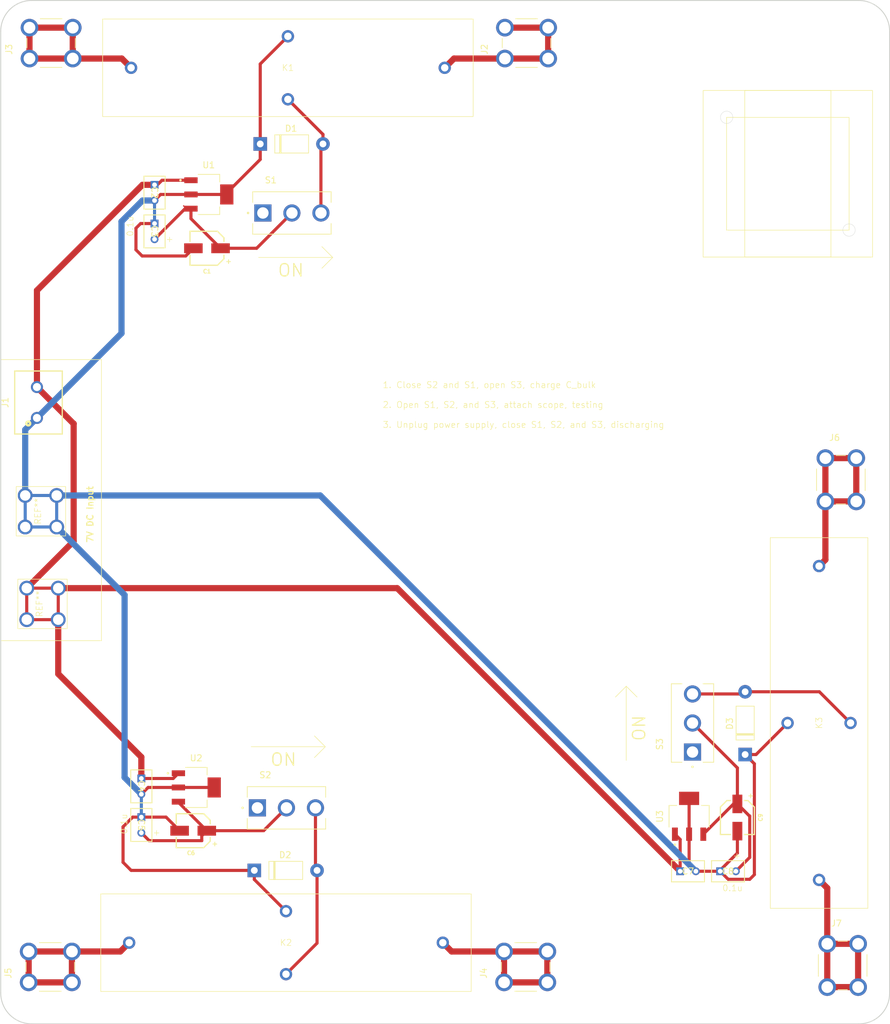
<source format=kicad_pcb>
(kicad_pcb (version 20241229) (generator "pcbnew") (generator_version "9.0")
  (layers (0 "F.Cu" signal) (2 "B.Cu" signal) (13 "F.Paste" user) (15 "B.Paste" user) (5 "F.SilkS" user "F.Silkscreen") (7 "B.SilkS" user "B.Silkscreen") (1 "F.Mask" user) (3 "B.Mask" user) (25 "Edge.Cuts" user))
  (net 0 "")
  (net 1 "Net-(U1-OUTPUT)")
  (net 2 "GND")
  (net 3 "/7V")
  (net 4 "Net-(U2-OUTPUT)")
  (net 5 "Net-(U3-OUTPUT)")
  (net 6 "Net-(D1-C)")
  (net 7 "Net-(D2-C)")
  (net 8 "Net-(D3-C)")
  (net 9 "Net-(J2-1)")
  (net 10 "Net-(J3-1)")
  (net 11 "Net-(J4-1)")
  (net 12 "Net-(J5-1)")
  (net 13 "Net-(J6-1)")
  (net 14 "Net-(J7-1)")
  (footprint "ReedRelay:DAT70510" (layer "F.Cu") (at 155.075 138.555 90)
    (property "Reference" "K3" (at 0 0 90) (layer "F.SilkS") (effects (font (thickness 0.1))))
    (property "Value" "DAT70510")
    (fp_rect (start -30 -7.9) (end 30 7.9) (stroke (width 0.1)) (fill no) (layer "F.SilkS"))
    (pad "1" thru_hole circle (at -25.4 0 90) (size 2 2) (drill 1.2) (layers "*.Cu" "*.Mask") (net 14 "Net-(J7-1)"))
    (pad "2" thru_hole circle (at 25.4 0 90) (size 2 2) (drill 1.2) (layers "*.Cu" "*.Mask") (net 13 "Net-(J6-1)"))
    (pad "3" thru_hole circle (at 0 -5.1 90) (size 2 2) (drill 1.2) (layers "*.Cu" "*.Mask") (net 2 "GND"))
    (pad "4" thru_hole circle (at 0 5.1 90) (size 2 2) (drill 1.2) (layers "*.Cu" "*.Mask") (net 8 "Net-(D3-C)"))
  )
  (footprint "ReedRelay:SW_100SP1T1B1M2QEH" (layer "F.Cu") (at 69.695 56)
    (property "Reference" "S1" (at -3.425 -5.315 0) (layer "F.SilkS"))
    (property "Value" "100SP1T1B1M2QEH")
    (fp_line (start -6.35 -3.43) (end 6.35 -3.43) (stroke (width 0.127)) (layer "F.SilkS"))
    (fp_line (start -6.35 -1.7075) (end -6.35 -3.43) (stroke (width 0.127)) (layer "F.SilkS"))
    (fp_line (start -6.35 3.43) (end -6.35 1.7075) (stroke (width 0.127)) (layer "F.SilkS"))
    (fp_line (start 6.35 -3.43) (end 6.35 -1.7075) (stroke (width 0.127)) (layer "F.SilkS"))
    (fp_line (start 6.35 3.43) (end -6.35 3.43) (stroke (width 0.127)) (layer "F.SilkS"))
    (fp_line (start 6.35 3.43) (end 6.35 1.7075) (stroke (width 0.127)) (layer "F.SilkS"))
    (fp_circle (center -7.1 0) (end -7 0) (stroke (width 0.2)) (fill no) (layer "F.SilkS"))
    (pad "1" thru_hole rect (at -4.7 0) (size 2.775 2.775) (drill 1.85) (layers "*.Cu" "*.Mask"))
    (pad "2" thru_hole circle (at 0 0) (size 2.775 2.775) (drill 1.85) (layers "*.Cu" "*.Mask") (net 1 "Net-(U1-OUTPUT)"))
    (pad "3" thru_hole circle (at 4.7 0) (size 2.775 2.775) (drill 1.85) (layers "*.Cu" "*.Mask") (net 6 "Net-(D1-C)"))
  )
  (footprint "ReedRelay:CAP_C320_KEM" (layer "F.Cu") (at 45.31 147.54 -90)
    (property "Reference" "C4" (at 1.27 0 270) (layer "F.SilkS"))
    (property "Value" "C320C334M5U5TA")
    (fp_line (start 3.937 1.7145) (end -1.397 1.7145) (stroke (width 0.1524)) (layer "F.SilkS"))
    (fp_line (start -1.397 -1.7145) (end -1.397 1.7145) (stroke (width 0.1524)) (layer "F.SilkS"))
    (fp_line (start 3.937 -1.7145) (end 3.937 1.7145) (stroke (width 0.1524)) (layer "F.SilkS"))
    (fp_line (start 3.937 -1.7145) (end -1.397 -1.7145) (stroke (width 0.1524)) (layer "F.SilkS"))
    (pad "1" thru_hole rect (at 0 0 270) (size 1.27 1.27) (drill 0.762) (layers "*.Cu" "*.Mask") (net 3 "/7V"))
    (pad "2" thru_hole circle (at 2.54 0 270) (size 1.27 1.27) (drill 0.762) (layers "*.Cu" "*.Mask") (net 2 "GND"))
  )
  (footprint "ReedRelay:KEYSTONE_8191-SEMS" (layer "F.Cu") (at 107.695 28.5 90)
    (property "Reference" "J2" (at -1.01 -6.815 90) (layer "F.SilkS"))
    (property "Value" "8191-SEMS")
    (fp_line (start -0.755 -3.935) (end 0.755 -3.935) (stroke (width 0.127)) (layer "F.SilkS"))
    (fp_line (start 3.935 -1.76) (end 3.935 1.76) (stroke (width 0.127)) (layer "F.SilkS"))
    (fp_line (start -3.935 -1.76) (end -3.935 1.76) (stroke (width 0.127)) (layer "F.SilkS"))
    (fp_line (start -0.755 3.935) (end 0.755 3.935) (stroke (width 0.127)) (layer "F.SilkS"))
    (pad "1_1" thru_hole circle (at -2.5 3.505 90) (size 2.85 2.85) (drill 1.9) (layers "*.Cu" "*.Mask") (net 9 "Net-(J2-1)"))
    (pad "1_2" thru_hole circle (at 2.5 3.505 90) (size 2.85 2.85) (drill 1.9) (layers "*.Cu" "*.Mask") (net 9 "Net-(J2-1)"))
    (pad "1_3" thru_hole circle (at 2.5 -3.505 90) (size 2.85 2.85) (drill 1.9) (layers "*.Cu" "*.Mask") (net 9 "Net-(J2-1)"))
    (pad "1_4" thru_hole circle (at -2.5 -3.505 90) (size 2.85 2.85) (drill 1.9) (layers "*.Cu" "*.Mask") (net 9 "Net-(J2-1)"))
  )
  (footprint "ReedRelay:47u_cap_865080342006" (layer "F.Cu") (at 53.71 155.99)
    (property "Reference" "C6" (at -0.365 3.615 0) (layer "F.SilkS") (effects (font (size 0.64 0.64))))
    (property "Value" "WCAP-ASLI_5X5.5")
    (fp_line (start -2.75 -2.75) (end -2.75 -1.1) (stroke (width 0.2)) (layer "F.SilkS"))
    (fp_line (start -2.75 -2.75) (end 1.7 -2.75) (stroke (width 0.2)) (layer "F.SilkS"))
    (fp_line (start -2.75 2.75) (end -2.75 1.1) (stroke (width 0.2)) (layer "F.SilkS"))
    (fp_line (start -2.75 2.75) (end 1.7 2.75) (stroke (width 0.2)) (layer "F.SilkS"))
    (fp_line (start 1.7 -2.75) (end 2.75 -1.7) (stroke (width 0.2)) (layer "F.SilkS"))
    (fp_line (start 1.7 2.75) (end 2.75 1.7) (stroke (width 0.2)) (layer "F.SilkS"))
    (fp_line (start 2.75 -1.7) (end 2.75 -1.1) (stroke (width 0.2)) (layer "F.SilkS"))
    (fp_line (start 2.75 1.7) (end 2.75 1.1) (stroke (width 0.2)) (layer "F.SilkS"))
    (fp_text user "+" (at 3.5 2.1 0) (layer "F.SilkS") (effects (font (size 0.8 0.8))))
    (pad "1" smd rect (at 2.2 0) (size 3 1.6) (layers "F.Cu" "F.Mask" "F.Paste") (net 4 "Net-(U2-OUTPUT)"))
    (pad "2" smd rect (at -2.2 0) (size 3 1.6) (layers "F.Cu" "F.Mask" "F.Paste") (net 2 "GND"))
  )
  (footprint "ReedRelay:CAP_C320_KEM" (layer "F.Cu") (at 47.445 51.44 -90)
    (property "Reference" "C2" (at 1.27 0 270) (layer "F.SilkS"))
    (property "Value" "C320C334M5U5TA")
    (fp_line (start 3.937 1.7145) (end -1.397 1.7145) (stroke (width 0.1524)) (layer "F.SilkS"))
    (fp_line (start -1.397 -1.7145) (end -1.397 1.7145) (stroke (width 0.1524)) (layer "F.SilkS"))
    (fp_line (start 3.937 -1.7145) (end 3.937 1.7145) (stroke (width 0.1524)) (layer "F.SilkS"))
    (fp_line (start 3.937 -1.7145) (end -1.397 -1.7145) (stroke (width 0.1524)) (layer "F.SilkS"))
    (pad "1" thru_hole rect (at 0 0 270) (size 1.27 1.27) (drill 0.762) (layers "*.Cu" "*.Mask") (net 3 "/7V"))
    (pad "2" thru_hole circle (at 2.54 0 270) (size 1.27 1.27) (drill 0.762) (layers "*.Cu" "*.Mask") (net 2 "GND"))
  )
  (footprint "ReedRelay:CAP_C320_KEM" (layer "F.Cu") (at 45.31 153.79 -90)
    (property "Reference" "C5" (at 1.27 0 270) (layer "F.SilkS"))
    (property "Value" "C320C334M5U5TA")
    (fp_line (start 3.937 1.7145) (end -1.397 1.7145) (stroke (width 0.1524)) (layer "F.SilkS"))
    (fp_line (start -1.397 -1.7145) (end -1.397 1.7145) (stroke (width 0.1524)) (layer "F.SilkS"))
    (fp_line (start 3.937 -1.7145) (end 3.937 1.7145) (stroke (width 0.1524)) (layer "F.SilkS"))
    (fp_line (start 3.937 -1.7145) (end -1.397 -1.7145) (stroke (width 0.1524)) (layer "F.SilkS"))
    (pad "1" thru_hole rect (at 0 0 270) (size 1.27 1.27) (drill 0.762) (layers "*.Cu" "*.Mask") (net 2 "GND"))
    (pad "2" thru_hole circle (at 2.54 0 270) (size 1.27 1.27) (drill 0.762) (layers "*.Cu" "*.Mask") (net 4 "Net-(U2-OUTPUT)"))
  )
  (footprint "ReedRelay:P1_DO-41" (layer "F.Cu") (at 143.1 143.66 90)
    (property "Reference" "D3" (at 5 -2.5 90) (layer "F.SilkS"))
    (property "Value" "EM513")
    (fp_line (start 7.83 -1.47) (end 7.83 1.47) (stroke (width 0.12)) (layer "F.SilkS"))
    (fp_line (start 7.8 -1.47) (end 2.36 -1.47) (stroke (width 0.12)) (layer "F.SilkS"))
    (fp_line (start 3.38 -1.47) (end 3.38 1.47) (stroke (width 0.12)) (layer "F.SilkS"))
    (fp_line (start 3.26 -1.47) (end 3.26 1.47) (stroke (width 0.12)) (layer "F.SilkS"))
    (fp_line (start 3.14 -1.47) (end 3.14 1.47) (stroke (width 0.12)) (layer "F.SilkS"))
    (fp_line (start 2.36 -1.47) (end 2.36 1.47) (stroke (width 0.12)) (layer "F.SilkS"))
    (fp_line (start 2.36 1.47) (end 7.8 1.47) (stroke (width 0.12)) (layer "F.SilkS"))
    (pad "1" thru_hole rect (at 0 0 90) (size 2.2 2.2) (drill 1.1) (layers "*.Cu" "*.Mask") (net 2 "GND"))
    (pad "2" thru_hole oval (at 10.16 0 90) (size 2.2 2.2) (drill 1.1) (layers "*.Cu" "*.Mask") (net 8 "Net-(D3-C)"))
  )
  (footprint "ReedRelay:SW_100SP1T1B1M2QEH" (layer "F.Cu") (at 68.81 152.29)
    (property "Reference" "S2" (at -3.425 -5.315 0) (layer "F.SilkS"))
    (property "Value" "100SP1T1B1M2QEH")
    (fp_line (start -6.35 -3.43) (end 6.35 -3.43) (stroke (width 0.127)) (layer "F.SilkS"))
    (fp_line (start -6.35 -1.7075) (end -6.35 -3.43) (stroke (width 0.127)) (layer "F.SilkS"))
    (fp_line (start -6.35 3.43) (end -6.35 1.7075) (stroke (width 0.127)) (layer "F.SilkS"))
    (fp_line (start 6.35 -3.43) (end 6.35 -1.7075) (stroke (width 0.127)) (layer "F.SilkS"))
    (fp_line (start 6.35 3.43) (end -6.35 3.43) (stroke (width 0.127)) (layer "F.SilkS"))
    (fp_line (start 6.35 3.43) (end 6.35 1.7075) (stroke (width 0.127)) (layer "F.SilkS"))
    (fp_circle (center -7.1 0) (end -7 0) (stroke (width 0.2)) (fill no) (layer "F.SilkS"))
    (pad "1" thru_hole rect (at -4.7 0) (size 2.775 2.775) (drill 1.85) (layers "*.Cu" "*.Mask"))
    (pad "2" thru_hole circle (at 0 0) (size 2.775 2.775) (drill 1.85) (layers "*.Cu" "*.Mask") (net 4 "Net-(U2-OUTPUT)"))
    (pad "3" thru_hole circle (at 4.7 0) (size 2.775 2.775) (drill 1.85) (layers "*.Cu" "*.Mask") (net 7 "Net-(D2-C)"))
  )
  (footprint "ReedRelay:KEYSTONE_8191-SEMS" (layer "F.Cu") (at 107.56 178.04 90)
    (property "Reference" "J4" (at -1.01 -6.815 90) (layer "F.SilkS"))
    (property "Value" "8191-SEMS")
    (fp_line (start -0.755 -3.935) (end 0.755 -3.935) (stroke (width 0.127)) (layer "F.SilkS"))
    (fp_line (start 3.935 -1.76) (end 3.935 1.76) (stroke (width 0.127)) (layer "F.SilkS"))
    (fp_line (start -3.935 -1.76) (end -3.935 1.76) (stroke (width 0.127)) (layer "F.SilkS"))
    (fp_line (start -0.755 3.935) (end 0.755 3.935) (stroke (width 0.127)) (layer "F.SilkS"))
    (pad "1_1" thru_hole circle (at -2.5 3.505 90) (size 2.85 2.85) (drill 1.9) (layers "*.Cu" "*.Mask") (net 11 "Net-(J4-1)"))
    (pad "1_2" thru_hole circle (at 2.5 3.505 90) (size 2.85 2.85) (drill 1.9) (layers "*.Cu" "*.Mask") (net 11 "Net-(J4-1)"))
    (pad "1_3" thru_hole circle (at 2.5 -3.505 90) (size 2.85 2.85) (drill 1.9) (layers "*.Cu" "*.Mask") (net 11 "Net-(J4-1)"))
    (pad "1_4" thru_hole circle (at -2.5 -3.505 90) (size 2.85 2.85) (drill 1.9) (layers "*.Cu" "*.Mask") (net 11 "Net-(J4-1)"))
  )
  (footprint "ReedRelay:P1_DO-41" (layer "F.Cu") (at 64.565 44.825)
    (property "Reference" "D1" (at 5 -2.5 0) (layer "F.SilkS"))
    (property "Value" "EM513")
    (fp_line (start 2.36 -1.47) (end 2.36 1.47) (stroke (width 0.12)) (layer "F.SilkS"))
    (fp_line (start 2.36 1.47) (end 7.8 1.47) (stroke (width 0.12)) (layer "F.SilkS"))
    (fp_line (start 3.14 -1.47) (end 3.14 1.47) (stroke (width 0.12)) (layer "F.SilkS"))
    (fp_line (start 3.26 -1.47) (end 3.26 1.47) (stroke (width 0.12)) (layer "F.SilkS"))
    (fp_line (start 3.38 -1.47) (end 3.38 1.47) (stroke (width 0.12)) (layer "F.SilkS"))
    (fp_line (start 7.8 -1.47) (end 2.36 -1.47) (stroke (width 0.12)) (layer "F.SilkS"))
    (fp_line (start 7.83 -1.47) (end 7.83 1.47) (stroke (width 0.12)) (layer "F.SilkS"))
    (pad "1" thru_hole rect (at 0 0) (size 2.2 2.2) (drill 1.1) (layers "*.Cu" "*.Mask") (net 2 "GND"))
    (pad "2" thru_hole oval (at 10.16 0) (size 2.2 2.2) (drill 1.1) (layers "*.Cu" "*.Mask") (net 6 "Net-(D1-C)"))
  )
  (footprint "ReedRelay:SW_100SP1T1B1M2QEH" (layer "F.Cu") (at 134.575 138.555 90)
    (property "Reference" "S3" (at -3.425 -5.315 90) (layer "F.SilkS"))
    (property "Value" "100SP1T1B1M2QEH")
    (fp_line (start 6.35 -3.43) (end 6.35 -1.7075) (stroke (width 0.127)) (layer "F.SilkS"))
    (fp_line (start -6.35 -3.43) (end 6.35 -3.43) (stroke (width 0.127)) (layer "F.SilkS"))
    (fp_line (start -6.35 -1.7075) (end -6.35 -3.43) (stroke (width 0.127)) (layer "F.SilkS"))
    (fp_line (start 6.35 3.43) (end 6.35 1.7075) (stroke (width 0.127)) (layer "F.SilkS"))
    (fp_line (start 6.35 3.43) (end -6.35 3.43) (stroke (width 0.127)) (layer "F.SilkS"))
    (fp_line (start -6.35 3.43) (end -6.35 1.7075) (stroke (width 0.127)) (layer "F.SilkS"))
    (fp_circle (center -7.1 0) (end -7 0) (stroke (width 0.2)) (fill no) (layer "F.SilkS"))
    (pad "1" thru_hole rect (at -4.7 0 90) (size 2.775 2.775) (drill 1.85) (layers "*.Cu" "*.Mask"))
    (pad "2" thru_hole circle (at 0 0 90) (size 2.775 2.775) (drill 1.85) (layers "*.Cu" "*.Mask") (net 5 "Net-(U3-OUTPUT)"))
    (pad "3" thru_hole circle (at 4.7 0 90) (size 2.775 2.775) (drill 1.85) (layers "*.Cu" "*.Mask") (net 8 "Net-(D3-C)"))
  )
  (footprint "ReedRelay:SOT230P700X180-4N" (layer "F.Cu") (at 56.245 53)
    (property "Reference" "U1" (at -0.025 -4.754 0) (layer "F.SilkS"))
    (property "Value" "UA78M05IDCYR")
    (fp_line (start -1.75 -3.25) (end 1.75 -3.25) (stroke (width 0.127)) (layer "F.SilkS"))
    (fp_line (start -1.75 3.25) (end 1.75 3.25) (stroke (width 0.127)) (layer "F.SilkS"))
    (fp_line (start 1.75 -3.25) (end 1.75 -2.01) (stroke (width 0.127)) (layer "F.SilkS"))
    (fp_line (start 1.75 3.25) (end 1.75 2.01) (stroke (width 0.127)) (layer "F.SilkS"))
    (fp_circle (center -4.6 -2.3) (end -4.5 -2.3) (stroke (width 0.2)) (fill no) (layer "F.SilkS"))
    (pad "1" smd rect (at -2.9 -2.3) (size 2.15 0.95) (layers "F.Cu" "F.Mask" "F.Paste") (net 3 "/7V"))
    (pad "2" smd rect (at -2.9 0) (size 2.15 0.95) (layers "F.Cu" "F.Mask" "F.Paste") (net 2 "GND"))
    (pad "3" smd rect (at -2.9 2.3) (size 2.15 0.95) (layers "F.Cu" "F.Mask" "F.Paste") (net 1 "Net-(U1-OUTPUT)"))
    (pad "4" smd rect (at 2.9 0) (size 2.15 3.25) (layers "F.Cu" "F.Mask" "F.Paste") (net 2 "GND"))
  )
  (footprint "ReedRelay:SOT230P700X180-4N" (layer "F.Cu") (at 54.21 148.99)
    (property "Reference" "U2" (at -0.025 -4.754 0) (layer "F.SilkS"))
    (property "Value" "UA78M05IDCYR")
    (fp_line (start -1.75 -3.25) (end 1.75 -3.25) (stroke (width 0.127)) (layer "F.SilkS"))
    (fp_line (start -1.75 3.25) (end 1.75 3.25) (stroke (width 0.127)) (layer "F.SilkS"))
    (fp_line (start 1.75 -3.25) (end 1.75 -2.01) (stroke (width 0.127)) (layer "F.SilkS"))
    (fp_line (start 1.75 3.25) (end 1.75 2.01) (stroke (width 0.127)) (layer "F.SilkS"))
    (fp_circle (center -4.6 -2.3) (end -4.5 -2.3) (stroke (width 0.2)) (fill no) (layer "F.SilkS"))
    (pad "1" smd rect (at -2.9 -2.3) (size 2.15 0.95) (layers "F.Cu" "F.Mask" "F.Paste") (net 3 "/7V"))
    (pad "2" smd rect (at -2.9 0) (size 2.15 0.95) (layers "F.Cu" "F.Mask" "F.Paste") (net 2 "GND"))
    (pad "3" smd rect (at -2.9 2.3) (size 2.15 0.95) (layers "F.Cu" "F.Mask" "F.Paste") (net 4 "Net-(U2-OUTPUT)"))
    (pad "4" smd rect (at 2.9 0) (size 2.15 3.25) (layers "F.Cu" "F.Mask" "F.Paste") (net 2 "GND"))
  )
  (footprint "ReedRelay:DAT70510" (layer "F.Cu") (at 68.735 174.115)
    (property "Reference" "K2" (at 0 0 0) (layer "F.SilkS") (effects (font (thickness 0.1))))
    (property "Value" "DAT70510")
    (fp_rect (start -30 -7.9) (end 30 7.9) (stroke (width 0.1)) (fill no) (layer "F.SilkS"))
    (pad "1" thru_hole circle (at -25.4 0) (size 2 2) (drill 1.2) (layers "*.Cu" "*.Mask") (net 12 "Net-(J5-1)"))
    (pad "2" thru_hole circle (at 25.4 0) (size 2 2) (drill 1.2) (layers "*.Cu" "*.Mask") (net 11 "Net-(J4-1)"))
    (pad "3" thru_hole circle (at 0 -5.1) (size 2 2) (drill 1.2) (layers "*.Cu" "*.Mask") (net 2 "GND"))
    (pad "4" thru_hole circle (at 0 5.1) (size 2 2) (drill 1.2) (layers "*.Cu" "*.Mask") (net 7 "Net-(D2-C)"))
  )
  (footprint "ReedRelay:47u_cap_865080342006" (layer "F.Cu") (at 141.845 153.855 90)
    (property "Reference" "C9" (at 0 3.75 90) (layer "F.SilkS") (effects (font (size 0.64 0.64))))
    (property "Value" "WCAP-ASLI_5X5.5")
    (fp_line (start 1.7 -2.75) (end 2.75 -1.7) (stroke (width 0.2)) (layer "F.SilkS"))
    (fp_line (start -2.75 -2.75) (end 1.7 -2.75) (stroke (width 0.2)) (layer "F.SilkS"))
    (fp_line (start -2.75 -2.75) (end -2.75 -1.1) (stroke (width 0.2)) (layer "F.SilkS"))
    (fp_line (start 2.75 -1.7) (end 2.75 -1.1) (stroke (width 0.2)) (layer "F.SilkS"))
    (fp_line (start 2.75 1.7) (end 2.75 1.1) (stroke (width 0.2)) (layer "F.SilkS"))
    (fp_line (start 1.7 2.75) (end 2.75 1.7) (stroke (width 0.2)) (layer "F.SilkS"))
    (fp_line (start -2.75 2.75) (end -2.75 1.1) (stroke (width 0.2)) (layer "F.SilkS"))
    (fp_line (start -2.75 2.75) (end 1.7 2.75) (stroke (width 0.2)) (layer "F.SilkS"))
    (fp_text user "+" (at 3.5 2.1 90) (layer "F.SilkS") (effects (font (size 0.8 0.8))))
    (pad "1" smd rect (at 2.2 0 90) (size 3 1.6) (layers "F.Cu" "F.Mask" "F.Paste") (net 5 "Net-(U3-OUTPUT)"))
    (pad "2" smd rect (at -2.2 0 90) (size 3 1.6) (layers "F.Cu" "F.Mask" "F.Paste") (net 2 "GND"))
  )
  (footprint "ReedRelay:KEYSTONE_8191-SEMS" (layer "F.Cu") (at 30.56 178.04 90)
    (property "Reference" "J5" (at -1.01 -6.815 90) (layer "F.SilkS"))
    (property "Value" "8191-SEMS")
    (fp_line (start -0.755 -3.935) (end 0.755 -3.935) (stroke (width 0.127)) (layer "F.SilkS"))
    (fp_line (start 3.935 -1.76) (end 3.935 1.76) (stroke (width 0.127)) (layer "F.SilkS"))
    (fp_line (start -3.935 -1.76) (end -3.935 1.76) (stroke (width 0.127)) (layer "F.SilkS"))
    (fp_line (start -0.755 3.935) (end 0.755 3.935) (stroke (width 0.127)) (layer "F.SilkS"))
    (pad "1_1" thru_hole circle (at -2.5 3.505 90) (size 2.85 2.85) (drill 1.9) (layers "*.Cu" "*.Mask") (net 12 "Net-(J5-1)"))
    (pad "1_2" thru_hole circle (at 2.5 3.505 90) (size 2.85 2.85) (drill 1.9) (layers "*.Cu" "*.Mask") (net 12 "Net-(J5-1)"))
    (pad "1_3" thru_hole circle (at 2.5 -3.505 90) (size 2.85 2.85) (drill 1.9) (layers "*.Cu" "*.Mask") (net 12 "Net-(J5-1)"))
    (pad "1_4" thru_hole circle (at -2.5 -3.505 90) (size 2.85 2.85) (drill 1.9) (layers "*.Cu" "*.Mask") (net 12 "Net-(J5-1)"))
  )
  (footprint "VSI_DPT:691137710002" (layer "F.Cu") (at 28.3998 86.6774 90)
    (property "Reference" "J1" (at 0 -5.135 90) (layer "F.SilkS"))
    (property "Value" "691137710002")
    (fp_line (start 5.1 -3.6) (end 5.1 4.1) (stroke (width 0.2)) (layer "F.SilkS"))
    (fp_line (start -5.1 -3.6) (end 5.1 -3.6) (stroke (width 0.2)) (layer "F.SilkS"))
    (fp_line (start 5.1 4.1) (end -5.1 4.1) (stroke (width 0.2)) (layer "F.SilkS"))
    (fp_line (start -5.1 4.1) (end -5.1 -3.6) (stroke (width 0.2)) (layer "F.SilkS"))
    (fp_circle (center -3.4 -1.4) (end -3.3 -1.4) (stroke (width 0.4)) (fill no) (layer "F.SilkS"))
    (pad "1" thru_hole circle (at -2.5 0 90) (size 1.95 1.95) (drill 1.3) (layers "*.Cu" "*.Mask") (net 2 "GND"))
    (pad "2" thru_hole circle (at 2.5 0 90) (size 1.95 1.95) (drill 1.3) (layers "*.Cu" "*.Mask") (net 3 "/7V"))
  )
  (footprint "ReedRelay:KEYSTONE_8191-SEMS" (layer "F.Cu") (at 158.9 177.8)
    (property "Reference" "J7" (at -1.01 -6.815 0) (layer "F.SilkS"))
    (property "Value" "8191-SEMS")
    (fp_line (start -3.935 -1.76) (end -3.935 1.76) (stroke (width 0.127)) (layer "F.SilkS"))
    (fp_line (start -0.755 -3.935) (end 0.755 -3.935) (stroke (width 0.127)) (layer "F.SilkS"))
    (fp_line (start -0.755 3.935) (end 0.755 3.935) (stroke (width 0.127)) (layer "F.SilkS"))
    (fp_line (start 3.935 -1.76) (end 3.935 1.76) (stroke (width 0.127)) (layer "F.SilkS"))
    (pad "1_1" thru_hole circle (at -2.5 3.505) (size 2.85 2.85) (drill 1.9) (layers "*.Cu" "*.Mask") (net 14 "Net-(J7-1)"))
    (pad "1_2" thru_hole circle (at 2.5 3.505) (size 2.85 2.85) (drill 1.9) (layers "*.Cu" "*.Mask") (net 14 "Net-(J7-1)"))
    (pad "1_3" thru_hole circle (at 2.5 -3.505) (size 2.85 2.85) (drill 1.9) (layers "*.Cu" "*.Mask") (net 14 "Net-(J7-1)"))
    (pad "1_4" thru_hole circle (at -2.5 -3.505) (size 2.85 2.85) (drill 1.9) (layers "*.Cu" "*.Mask") (net 14 "Net-(J7-1)"))
  )
  (footprint "ReedRelay:SOT230P700X180-4N" (layer "F.Cu") (at 134.025 153.655 90)
    (property "Reference" "U3" (at -0.025 -4.754 90) (layer "F.SilkS"))
    (property "Value" "UA78M05IDCYR")
    (fp_line (start 1.75 -3.25) (end 1.75 -2.01) (stroke (width 0.127)) (layer "F.SilkS"))
    (fp_line (start -1.75 -3.25) (end 1.75 -3.25) (stroke (width 0.127)) (layer "F.SilkS"))
    (fp_line (start 1.75 3.25) (end 1.75 2.01) (stroke (width 0.127)) (layer "F.SilkS"))
    (fp_line (start -1.75 3.25) (end 1.75 3.25) (stroke (width 0.127)) (layer "F.SilkS"))
    (fp_circle (center -4.6 -2.3) (end -4.5 -2.3) (stroke (width 0.2)) (fill no) (layer "F.SilkS"))
    (pad "1" smd rect (at -2.9 -2.3 90) (size 2.15 0.95) (layers "F.Cu" "F.Mask" "F.Paste") (net 3 "/7V"))
    (pad "2" smd rect (at -2.9 0 90) (size 2.15 0.95) (layers "F.Cu" "F.Mask" "F.Paste") (net 2 "GND"))
    (pad "3" smd rect (at -2.9 2.3 90) (size 2.15 0.95) (layers "F.Cu" "F.Mask" "F.Paste") (net 5 "Net-(U3-OUTPUT)"))
    (pad "4" smd rect (at 2.9 0 90) (size 2.15 3.25) (layers "F.Cu" "F.Mask" "F.Paste") (net 2 "GND"))
  )
  (footprint "ReedRelay:KEYSTONE_8191-SEMS" (layer "F.Cu") (at 158.6 99.185)
    (property "Reference" "J6" (at -1.01 -6.815 0) (layer "F.SilkS"))
    (property "Value" "8191-SEMS")
    (fp_line (start -3.935 -1.76) (end -3.935 1.76) (stroke (width 0.127)) (layer "F.SilkS"))
    (fp_line (start -0.755 -3.935) (end 0.755 -3.935) (stroke (width 0.127)) (layer "F.SilkS"))
    (fp_line (start -0.755 3.935) (end 0.755 3.935) (stroke (width 0.127)) (layer "F.SilkS"))
    (fp_line (start 3.935 -1.76) (end 3.935 1.76) (stroke (width 0.127)) (layer "F.SilkS"))
    (pad "1_1" thru_hole circle (at -2.5 3.505) (size 2.85 2.85) (drill 1.9) (layers "*.Cu" "*.Mask") (net 13 "Net-(J6-1)"))
    (pad "1_2" thru_hole circle (at 2.5 3.505) (size 2.85 2.85) (drill 1.9) (layers "*.Cu" "*.Mask") (net 13 "Net-(J6-1)"))
    (pad "1_3" thru_hole circle (at 2.5 -3.505) (size 2.85 2.85) (drill 1.9) (layers "*.Cu" "*.Mask") (net 13 "Net-(J6-1)"))
    (pad "1_4" thru_hole circle (at -2.5 -3.505) (size 2.85 2.85) (drill 1.9) (layers "*.Cu" "*.Mask") (net 13 "Net-(J6-1)"))
  )
  (footprint "Connector:Banana_Jack_CT3151SP-0" (layer "F.Cu") (at 29.0498 104.2774 90)
    (property "Reference" "REF**" (at 0 -0.5 90) (layer "F.SilkS") (effects (font (thickness 0.1))))
    (property "Value" "CT3151SP-0")
    (fp_rect (start -4 -4) (end 4 4) (stroke (width 0.1)) (fill no) (layer "F.SilkS"))
    (pad "1" thru_hole circle (at 2.55 -2.55 90) (size 2.4 2.4) (drill 1.7) (layers "*.Cu" "*.Mask") (net 2 "GND"))
    (pad "2" thru_hole circle (at 2.55 2.55 90) (size 2.4 2.4) (drill 1.7) (layers "*.Cu" "*.Mask") (net 2 "GND"))
    (pad "3" thru_hole circle (at -2.55 2.55 90) (size 2.4 2.4) (drill 1.7) (layers "*.Cu" "*.Mask") (net 2 "GND"))
    (pad "4" thru_hole circle (at -2.55 -2.55 90) (size 2.4 2.4) (drill 1.7) (layers "*.Cu" "*.Mask") (net 2 "GND"))
  )
  (footprint "ReedRelay:CAP_C320_KEM" (layer "F.Cu") (at 132.575 162.555)
    (property "Reference" "C7" (at 1.27 0 0) (layer "F.SilkS"))
    (property "Value" "C320C334M5U5TA")
    (fp_line (start -1.397 -1.7145) (end -1.397 1.7145) (stroke (width 0.1524)) (layer "F.SilkS"))
    (fp_line (start 3.937 -1.7145) (end -1.397 -1.7145) (stroke (width 0.1524)) (layer "F.SilkS"))
    (fp_line (start 3.937 -1.7145) (end 3.937 1.7145) (stroke (width 0.1524)) (layer "F.SilkS"))
    (fp_line (start 3.937 1.7145) (end -1.397 1.7145) (stroke (width 0.1524)) (layer "F.SilkS"))
    (pad "1" thru_hole rect (at 0 0) (size 1.27 1.27) (drill 0.762) (layers "*.Cu" "*.Mask") (net 3 "/7V"))
    (pad "2" thru_hole circle (at 2.54 0) (size 1.27 1.27) (drill 0.762) (layers "*.Cu" "*.Mask") (net 2 "GND"))
  )
  (footprint "ReedRelay:CAP_C320_KEM" (layer "F.Cu") (at 47.445 57.71 -90)
    (property "Reference" "C3" (at 1.27 0 270) (layer "F.SilkS"))
    (property "Value" "C320C334M5U5TA")
    (fp_line (start 3.937 1.7145) (end -1.397 1.7145) (stroke (width 0.1524)) (layer "F.SilkS"))
    (fp_line (start -1.397 -1.7145) (end -1.397 1.7145) (stroke (width 0.1524)) (layer "F.SilkS"))
    (fp_line (start 3.937 -1.7145) (end 3.937 1.7145) (stroke (width 0.1524)) (layer "F.SilkS"))
    (fp_line (start 3.937 -1.7145) (end -1.397 -1.7145) (stroke (width 0.1524)) (layer "F.SilkS"))
    (pad "1" thru_hole rect (at 0 0 270) (size 1.27 1.27) (drill 0.762) (layers "*.Cu" "*.Mask") (net 2 "GND"))
    (pad "2" thru_hole circle (at 2.54 0 270) (size 1.27 1.27) (drill 0.762) (layers "*.Cu" "*.Mask") (net 1 "Net-(U1-OUTPUT)"))
  )
  (footprint "ReedRelay:KEYSTONE_8191-SEMS" (layer "F.Cu") (at 30.695 28.5 90)
    (property "Reference" "J3" (at -1.01 -6.815 90) (layer "F.SilkS"))
    (property "Value" "8191-SEMS")
    (fp_line (start -0.755 -3.935) (end 0.755 -3.935) (stroke (width 0.127)) (layer "F.SilkS"))
    (fp_line (start 3.935 -1.76) (end 3.935 1.76) (stroke (width 0.127)) (layer "F.SilkS"))
    (fp_line (start -3.935 -1.76) (end -3.935 1.76) (stroke (width 0.127)) (layer "F.SilkS"))
    (fp_line (start -0.755 3.935) (end 0.755 3.935) (stroke (width 0.127)) (layer "F.SilkS"))
    (pad "1_1" thru_hole circle (at -2.5 3.505 90) (size 2.85 2.85) (drill 1.9) (layers "*.Cu" "*.Mask") (net 10 "Net-(J3-1)"))
    (pad "1_2" thru_hole circle (at 2.5 3.505 90) (size 2.85 2.85) (drill 1.9) (layers "*.Cu" "*.Mask") (net 10 "Net-(J3-1)"))
    (pad "1_3" thru_hole circle (at 2.5 -3.505 90) (size 2.85 2.85) (drill 1.9) (layers "*.Cu" "*.Mask") (net 10 "Net-(J3-1)"))
    (pad "1_4" thru_hole circle (at -2.5 -3.505 90) (size 2.85 2.85) (drill 1.9) (layers "*.Cu" "*.Mask") (net 10 "Net-(J3-1)"))
  )
  (footprint "ReedRelay:DAT70510" (layer "F.Cu") (at 69.045 32.5)
    (property "Reference" "K1" (at 0 0 0) (layer "F.SilkS") (effects (font (thickness 0.1))))
    (property "Value" "DAT70510")
    (fp_rect (start -30 -7.9) (end 30 7.9) (stroke (width 0.1)) (fill no) (layer "F.SilkS"))
    (pad "1" thru_hole circle (at -25.4 0) (size 2 2) (drill 1.2) (layers "*.Cu" "*.Mask") (net 10 "Net-(J3-1)"))
    (pad "2" thru_hole circle (at 25.4 0) (size 2 2) (drill 1.2) (layers "*.Cu" "*.Mask") (net 9 "Net-(J2-1)"))
    (pad "3" thru_hole circle (at 0 -5.1) (size 2 2) (drill 1.2) (layers "*.Cu" "*.Mask") (net 2 "GND"))
    (pad "4" thru_hole circle (at 0 5.1) (size 2 2) (drill 1.2) (layers "*.Cu" "*.Mask") (net 6 "Net-(D1-C)"))
  )
  (footprint "Connector:Banana_Jack_CT3151SP-0" (layer "F.Cu") (at 29.2998 119.2774 90)
    (property "Reference" "REF**" (at 0 -0.5 90) (layer "F.SilkS") (effects (font (thickness 0.1))))
    (property "Value" "CT3151SP-0")
    (fp_rect (start -4 -4) (end 4 4) (stroke (width 0.1)) (fill no) (layer "F.SilkS"))
    (pad "1" thru_hole circle (at 2.55 -2.55 90) (size 2.4 2.4) (drill 1.7) (layers "*.Cu" "*.Mask") (net 3 "/7V"))
    (pad "2" thru_hole circle (at 2.55 2.55 90) (size 2.4 2.4) (drill 1.7) (layers "*.Cu" "*.Mask") (net 3 "/7V"))
    (pad "3" thru_hole circle (at -2.55 -2.55 90) (size 2.4 2.4) (drill 1.7) (layers "*.Cu" "*.Mask") (net 3 "/7V"))
    (pad "3" thru_hole circle (at -2.55 2.55 90) (size 2.4 2.4) (drill 1.7) (layers "*.Cu" "*.Mask") (net 3 "/7V"))
  )
  (footprint "ReedRelay:47u_cap_865080342006" (layer "F.Cu") (at 55.937 61.7112)
    (property "Reference" "C1" (at 0 3.75 0) (layer "F.SilkS") (effects (font (size 0.64 0.64))))
    (property "Value" "WCAP-ASLI_5X5.5")
    (fp_line (start -2.75 -2.75) (end -2.75 -1.1) (stroke (width 0.2)) (layer "F.SilkS"))
    (fp_line (start -2.75 -2.75) (end 1.7 -2.75) (stroke (width 0.2)) (layer "F.SilkS"))
    (fp_line (start -2.75 2.75) (end -2.75 1.1) (stroke (width 0.2)) (layer "F.SilkS"))
    (fp_line (start -2.75 2.75) (end 1.7 2.75) (stroke (width 0.2)) (layer "F.SilkS"))
    (fp_line (start 1.7 -2.75) (end 2.75 -1.7) (stroke (width 0.2)) (layer "F.SilkS"))
    (fp_line (start 1.7 2.75) (end 2.75 1.7) (stroke (width 0.2)) (layer "F.SilkS"))
    (fp_line (start 2.75 -1.7) (end 2.75 -1.1) (stroke (width 0.2)) (layer "F.SilkS"))
    (fp_line (start 2.75 1.7) (end 2.75 1.1) (stroke (width 0.2)) (layer "F.SilkS"))
    (fp_text user "+" (at 3.5 2.1 0) (layer "F.SilkS") (effects (font (size 0.8 0.8))))
    (pad "1" smd rect (at 2.2 0) (size 3 1.6) (layers "F.Cu" "F.Mask" "F.Paste") (net 1 "Net-(U1-OUTPUT)"))
    (pad "2" smd rect (at -2.2 0) (size 3 1.6) (layers "F.Cu" "F.Mask" "F.Paste") (net 2 "GND"))
  )
  (footprint "ReedRelay:CAP_C320_KEM" (layer "F.Cu") (at 139.055 162.555)
    (property "Reference" "C8" (at 1.27 0 0) (layer "F.SilkS"))
    (property "Value" "C320C334M5U5TA")
    (fp_line (start -1.397 -1.7145) (end -1.397 1.7145) (stroke (width 0.1524)) (layer "F.SilkS"))
    (fp_line (start 3.937 -1.7145) (end -1.397 -1.7145) (stroke (width 0.1524)) (layer "F.SilkS"))
    (fp_line (start 3.937 -1.7145) (end 3.937 1.7145) (stroke (width 0.1524)) (layer "F.SilkS"))
    (fp_line (start 3.937 1.7145) (end -1.397 1.7145) (stroke (width 0.1524)) (layer "F.SilkS"))
    (pad "1" thru_hole rect (at 0 0) (size 1.27 1.27) (drill 0.762) (layers "*.Cu" "*.Mask") (net 2 "GND"))
    (pad "2" thru_hole circle (at 2.54 0) (size 1.27 1.27) (drill 0.762) (layers "*.Cu" "*.Mask") (net 5 "Net-(U3-OUTPUT)"))
  )
  (footprint "ReedRelay:P1_DO-41" (layer "F.Cu") (at 63.605 162.415)
    (property "Reference" "D2" (at 5 -2.5 0) (layer "F.SilkS"))
    (property "Value" "EM513")
    (fp_line (start 2.36 -1.47) (end 2.36 1.47) (stroke (width 0.12)) (layer "F.SilkS"))
    (fp_line (start 2.36 1.47) (end 7.8 1.47) (stroke (width 0.12)) (layer "F.SilkS"))
    (fp_line (start 3.14 -1.47) (end 3.14 1.47) (stroke (width 0.12)) (layer "F.SilkS"))
    (fp_line (start 3.26 -1.47) (end 3.26 1.47) (stroke (width 0.12)) (layer "F.SilkS"))
    (fp_line (start 3.38 -1.47) (end 3.38 1.47) (stroke (width 0.12)) (layer "F.SilkS"))
    (fp_line (start 7.8 -1.47) (end 2.36 -1.47) (stroke (width 0.12)) (layer "F.SilkS"))
    (fp_line (start 7.83 -1.47) (end 7.83 1.47) (stroke (width 0.12)) (layer "F.SilkS"))
    (pad "1" thru_hole rect (at 0 0) (size 2.2 2.2) (drill 1.1) (layers "*.Cu" "*.Mask") (net 2 "GND"))
    (pad "2" thru_hole oval (at 10.16 0) (size 2.2 2.2) (drill 1.1) (layers "*.Cu" "*.Mask") (net 7 "Net-(D2-C)"))
  )
  (gr_line (start 76.3 63.2) (end 74.55 61.45) (stroke (width 0.1)) (layer "F.SilkS"))
  (gr_line (start 75.1 142.4) (end 73.35 144.15) (stroke (width 0.1)) (layer "F.SilkS"))
  (gr_line (start 75.1 142.4) (end 73.35 140.65) (stroke (width 0.1)) (layer "F.SilkS"))
  (gr_line (start 22.5998 79.7274) (end 38.8498 79.7274) (stroke (width 0.1)) (layer "F.SilkS"))
  (gr_line (start 38.8498 79.7274) (end 38.8498 125.2274) (stroke (width 0.1)) (layer "F.SilkS"))
  (gr_line (start 76.3 63.2) (end 74.55 64.95) (stroke (width 0.1)) (layer "F.SilkS"))
  (gr_rect (start 140.095 40.525) (end 159.935 58.785) (stroke (width 0.1)) (fill no) (layer "F.SilkS"))
  (gr_line (start 63.1 142.4) (end 75.1 142.4) (stroke (width 0.1)) (layer "F.SilkS"))
  (gr_rect (start 136.3 36.17) (end 163.73 63.14) (stroke (width 0.1)) (fill no) (layer "F.SilkS"))
  (gr_line (start 22.5998 125.2274) (end 38.8498 125.2274) (stroke (width 0.1)) (layer "F.SilkS"))
  (gr_line (start 123.845 132.605) (end 122.095 134.355) (stroke (width 0.1)) (layer "F.SilkS"))
  (gr_line (start 123.845 144.605) (end 123.845 132.605) (stroke (width 0.1)) (layer "F.SilkS"))
  (gr_line (start 64.3 63.2) (end 76.3 63.2) (stroke (width 0.1)) (layer "F.SilkS"))
  (gr_rect (start 143.03 36.17) (end 157 63.14) (stroke (width 0.1)) (fill no) (layer "F.SilkS"))
  (gr_line (start 123.845 132.605) (end 125.595 134.355) (stroke (width 0.1)) (layer "F.SilkS"))
  (gr_arc (start 161.5 21.6) (mid 165.035534 23.064466) (end 166.5 26.6) (stroke (width 0.15)) (layer "Edge.Cuts"))
  (gr_arc (start 22.535531 26.56) (mid 23.999997 23.064466) (end 27.535531 21.6) (stroke (width 0.15)) (layer "Edge.Cuts"))
  (gr_circle (center 140.105 40.515) (end 141.105 40.515) (stroke (width 0.05)) (fill no) (layer "Edge.Cuts"))
  (gr_arc (start 27.535531 187.25) (mid 23.999996 185.785535) (end 22.535531 182.25) (stroke (width 0.15)) (layer "Edge.Cuts"))
  (gr_line (start 27.535531 187.25) (end 161.5 187.25) (stroke (width 0.15)) (layer "Edge.Cuts"))
  (gr_circle (center 159.93 58.765) (end 160.93 58.765) (stroke (width 0.05)) (fill no) (layer "Edge.Cuts"))
  (gr_line (start 22.535532 26.56) (end 22.535532 182.25) (stroke (width 0.15)) (layer "Edge.Cuts"))
  (gr_line (start 166.495 26.6) (end 166.495 182.29) (stroke (width 0.15)) (layer "Edge.Cuts"))
  (gr_arc (start 166.495 182.29) (mid 165.030535 185.825535) (end 161.495 187.25) (stroke (width 0.15)) (layer "Edge.Cuts"))
  (gr_line (start 27.535531 21.6) (end 161.5 21.6) (stroke (width 0.15)) (layer "Edge.Cuts"))
  (gr_text "0.1u" (at 44.095 59.855 90) (layer "F.SilkS") (effects (font (size 1 1) (thickness 0.1)) (justify left bottom)))
  (gr_text "7V DC Input" (at 37.5998 109.4774 90) (layer "F.SilkS") (effects (font (size 1 1) (thickness 0.2) (bold yes)) (justify left bottom)))
  (gr_text "ON" (at 127.095 141.605 90) (layer "F.SilkS") (effects (font (size 2 2) (thickness 0.2) (bold yes)) (justify left bottom)))
  (gr_text "1. Close S2 and S1, open S3, charge C_bulk\n\n2. Open S1, S2, and S3, attach scope, testing\n\n3. Unplug power supply, close S1, S2, and S3, discharging" (at 84.345 90.855 0) (layer "F.SilkS") (effects (font (size 1 1) (thickness 0.1)) (justify left bottom)))
  (gr_text "+" (at 141.095 160.605 0) (layer "F.SilkS") (effects (font (size 1 1) (thickness 0.1)) (justify left bottom)))
  (gr_text "0.1u" (at 43.095 156.605 90) (layer "F.SilkS") (effects (font (size 1 1) (thickness 0.1)) (justify left bottom)))
  (gr_text "0.1u" (at 139.345 165.855 0) (layer "F.SilkS") (effects (font (size 1 1) (thickness 0.1)) (justify left bottom)))
  (gr_text "ON" (at 66.1 145.65 0) (layer "F.SilkS") (effects (font (size 2 2) (thickness 0.2) (bold yes)) (justify left bottom)))
  (gr_text "ON" (at 67.3 66.45 0) (layer "F.SilkS") (effects (font (size 2 2) (thickness 0.2) (bold yes)) (justify left bottom)))
  (gr_text "+" (at 47.095 156.855 0) (layer "F.SilkS") (effects (font (size 1 1) (thickness 0.1)) (justify left bottom)))
  (gr_text "+" (at 49.2 60.8 0) (layer "F.SilkS") (effects (font (size 1 1) (thickness 0.1)) (justify left bottom)))
  (segment (start 52.395 55.3) (end 53.345 55.3) (width 0.5) (layer "F.Cu") (net 1))
  (segment (start 52.6092 55.3) (end 53.345 55.3) (width 0.2) (layer "F.Cu") (net 1))
  (segment (start 52.153 54.8438) (end 52.6092 55.3) (width 0.2) (layer "F.Cu") (net 1))
  (segment (start 47.445 60.25) (end 52.395 55.3) (width 0.5) (layer "F.Cu") (net 1))
  (segment (start 53.345 56.9192) (end 58.137 61.7112) (width 0.5) (layer "F.Cu") (net 1))
  (segment (start 58.137 61.7112) (end 63.9838 61.7112) (width 0.5) (layer "F.Cu") (net 1))
  (segment (start 63.9838 61.7112) (end 69.695 56) (width 0.5) (layer "F.Cu") (net 1))
  (segment (start 53.345 55.3) (end 53.345 56.9192) (width 0.5) (layer "F.Cu") (net 1))
  (segment (start 143.845 163.855) (end 144.595 163.105) (width 0.5) (layer "F.Cu") (net 2))
  (segment (start 43.91 153.79) (end 42.345 155.355) (width 0.5) (layer "F.Cu") (net 2))
  (segment (start 51.31 148.99) (end 57.11 148.99) (width 0.5) (layer "F.Cu") (net 2))
  (segment (start 49.31 153.79) (end 51.51 155.99) (width 0.5) (layer "F.Cu") (net 2))
  (segment (start 139.055 162.555) (end 140.355 163.855) (width 0.5) (layer "F.Cu") (net 2))
  (segment (start 47.445 53.98) (end 48.425 53) (width 0.5) (layer "F.Cu") (net 2))
  (segment (start 53.345 53) (end 59.145 53) (width 0.5) (layer "F.Cu") (net 2))
  (segment (start 59.145 53) (end 59.145 52.7532) (width 0.5) (layer "F.Cu") (net 2))
  (segment (start 140.355 163.855) (end 143.845 163.855) (width 0.5) (layer "F.Cu") (net 2))
  (segment (start 45.31 153.79) (end 43.91 153.79) (width 0.5) (layer "F.Cu") (net 2))
  (segment (start 45.31 150.08) (end 46.4 148.99) (width 0.5) (layer "F.Cu") (net 2))
  (segment (start 45.1882 57.71) (end 44.437 58.4612) (width 0.5) (layer "F.Cu") (net 2))
  (segment (start 46.4 148.99) (end 51.31 148.99) (width 0.5) (layer "F.Cu") (net 2))
  (segment (start 63.605 162.415) (end 63.605 163.885) (width 0.5) (layer "F.Cu") (net 2))
  (segment (start 44.437 61.9612) (end 45.437 62.9612) (width 0.5) (layer "F.Cu") (net 2))
  (segment (start 52.487 62.9612) (end 53.737 61.7112) (width 0.5) (layer "F.Cu") (net 2))
  (segment (start 134.025 161.465) (end 135.115 162.555) (width 0.5) (layer "F.Cu") (net 2))
  (segment (start 139.055 162.395) (end 141.845 159.605) (width 0.5) (layer "F.Cu") (net 2))
  (segment (start 64.565 44.825) (end 64.565 31.88) (width 0.5) (layer "F.Cu") (net 2))
  (segment (start 43.655 162.415) (end 63.605 162.415) (width 0.5) (layer "F.Cu") (net 2))
  (segment (start 144.595 163.105) (end 144.595 145.155) (width 0.5) (layer "F.Cu") (net 2))
  (segment (start 134.025 150.755) (end 134.025 156.555) (width 0.5) (layer "F.Cu") (net 2))
  (segment (start 42.345 161.105) (end 43.655 162.415) (width 0.5) (layer "F.Cu") (net 2))
  (segment (start 64.565 47.3332) (end 64.565 44.825) (width 0.5) (layer "F.Cu") (net 2))
  (segment (start 42.345 155.355) (end 42.345 161.105) (width 0.5) (layer "F.Cu") (net 2))
  (segment (start 63.605 163.885) (end 68.735 169.015) (width 0.5) (layer "F.Cu") (net 2))
  (segment (start 139.055 162.555) (end 139.055 162.395) (width 0.5) (layer "F.Cu") (net 2))
  (segment (start 144.595 145.155) (end 143.1 143.66) (width 0.5) (layer "F.Cu") (net 2))
  (segment (start 47.445 57.71) (end 45.1882 57.71) (width 0.5) (layer "F.Cu") (net 2))
  (segment (start 135.115 162.555) (end 139.055 162.555) (width 0.5) (layer "F.Cu") (net 2))
  (segment (start 59.145 52.7532) (end 64.565 47.3332) (width 0.5) (layer "F.Cu") (net 2))
  (segment (start 45.437 62.9612) (end 52.487 62.9612) (width 0.5) (layer "F.Cu") (net 2))
  (segment (start 143.1 143.66) (end 144.87 143.66) (width 0.5) (layer "F.Cu") (net 2))
  (segment (start 144.87 143.66) (end 149.975 138.555) (width 0.5) (layer "F.Cu") (net 2))
  (segment (start 45.31 153.79) (end 49.31 153.79) (width 0.5) (layer "F.Cu") (net 2))
  (segment (start 134.025 156.555) (end 134.025 161.465) (width 0.5) (layer "F.Cu") (net 2))
  (segment (start 48.425 53) (end 53.345 53) (width 0.5) (layer "F.Cu") (net 2))
  (segment (start 44.437 58.4612) (end 44.437 61.9612) (width 0.5) (layer "F.Cu") (net 2))
  (segment (start 141.845 159.605) (end 141.845 156.055) (width 0.5) (layer "F.Cu") (net 2))
  (segment (start 64.565 31.88) (end 69.045 27.4) (width 0.5) (layer "F.Cu") (net 2))
  (segment (start 74.2874 101.7274) (end 135.115 162.555) (width 1) (layer "B.Cu") (net 2))
  (segment (start 47.445 53.98) (end 47.445 57.71) (width 0.5) (layer "B.Cu") (net 2))
  (segment (start 31.5998 106.8274) (end 42.595 117.8226) (width 1) (layer "B.Cu") (net 2))
  (segment (start 31.5998 101.7274) (end 74.2874 101.7274) (width 1) (layer "B.Cu") (net 2))
  (segment (start 26.4998 91.0774) (end 28.3998 89.1774) (width 1) (layer "B.Cu") (net 2))
  (segment (start 26.4998 101.7274) (end 26.4998 91.0774) (width 1) (layer "B.Cu") (net 2))
  (segment (start 28.3998 89.1774) (end 42.095 75.4822) (width 1) (layer "B.Cu") (net 2))
  (segment (start 42.595 117.8226) (end 42.595 147.365) (width 1) (layer "B.Cu") (net 2))
  (segment (start 31.5998 106.8274) (end 31.5998 101.7274) (width 0.5) (layer "B.Cu") (net 2))
  (segment (start 45.31 150.08) (end 45.31 153.79) (width 0.5) (layer "B.Cu") (net 2))
  (segment (start 26.4998 106.8274) (end 31.5998 106.8274) (width 0.5) (layer "B.Cu") (net 2))
  (segment (start 45.4968 53.98) (end 47.445 53.98) (width 1) (layer "B.Cu") (net 2))
  (segment (start 42.095 57.3818) (end 45.4968 53.98) (width 1) (layer "B.Cu") (net 2))
  (segment (start 42.095 75.4822) (end 42.095 57.3818) (width 1) (layer "B.Cu") (net 2))
  (segment (start 42.595 147.365) (end 45.31 150.08) (width 1) (layer "B.Cu") (net 2))
  (segment (start 26.4998 101.7274) (end 26.4998 106.8274) (width 0.5) (layer "B.Cu") (net 2))
  (segment (start 26.4998 101.7274) (end 31.5998 101.7274) (width 0.5) (layer "B.Cu") (net 2))
  (segment (start 45.31 144.07) (end 45.31 147.54) (width 1) (layer "F.Cu") (net 3))
  (segment (start 26.7498 121.8274) (end 31.8498 121.8274) (width 0.5) (layer "F.Cu") (net 3))
  (segment (start 47.9158 51.44) (end 48.6558 50.7) (width 0.5) (layer "F.Cu") (net 3))
  (segment (start 47.445 51.44) (end 47.9158 51.44) (width 0.5) (layer "F.Cu") (net 3))
  (segment (start 34.345 90.105) (end 34.345 109.1322) (width 1) (layer "F.Cu") (net 3))
  (segment (start 26.7498 116.7274) (end 26.7498 121.8274) (width 0.5) (layer "F.Cu") (net 3))
  (segment (start 28.3998 84.1774) (end 28.3998 68.537) (width 1) (layer "F.Cu") (net 3))
  (segment (start 50.46 147.54) (end 51.31 146.69) (width 0.5) (layer "F.Cu") (net 3))
  (segment (start 45.31 147.54) (end 50.46 147.54) (width 0.5) (layer "F.Cu") (net 3))
  (segment (start 132.575 157.405) (end 131.725 156.555) (width 0.5) (layer "F.Cu") (net 3))
  (segment (start 31.8498 116.7274) (end 86.7474 116.7274) (width 1) (layer "F.Cu") (net 3))
  (segment (start 34.345 109.1322) (end 26.7498 116.7274) (width 1) (layer "F.Cu") (net 3))
  (segment (start 48.6558 50.7) (end 53.345 50.7) (width 0.5) (layer "F.Cu") (net 3))
  (segment (start 45.4968 51.44) (end 47.445 51.44) (width 1) (layer "F.Cu") (net 3))
  (segment (start 28.3998 68.537) (end 45.4968 51.44) (width 1) (layer "F.Cu") (net 3))
  (segment (start 31.8498 121.8274) (end 31.8498 130.6098) (width 1) (layer "F.Cu") (net 3))
  (segment (start 31.8498 121.8274) (end 31.8498 116.7274) (width 0.5) (layer "F.Cu") (net 3))
  (segment (start 86.7474 116.7274) (end 132.575 162.555) (width 1) (layer "F.Cu") (net 3))
  (segment (start 34.3274 90.105) (end 34.345 90.105) (width 1) (layer "F.Cu") (net 3))
  (segment (start 31.8498 130.6098) (end 45.31 144.07) (width 1) (layer "F.Cu") (net 3))
  (segment (start 26.7498 116.7274) (end 31.8498 116.7274) (width 0.5) (layer "F.Cu") (net 3))
  (segment (start 132.575 162.555) (end 132.575 157.405) (width 0.5) (layer "F.Cu") (net 3))
  (segment (start 28.3998 84.1774) (end 34.3274 90.105) (width 1) (layer "F.Cu") (net 3))
  (segment (start 45.31 156.33) (end 46.585 157.605) (width 0.5) (layer "F.Cu") (net 4))
  (segment (start 51.31 151.29) (end 51.31 151.39) (width 0.5) (layer "F.Cu") (net 4))
  (segment (start 51.31 151.39) (end 55.91 155.99) (width 0.5) (layer "F.Cu") (net 4))
  (segment (start 55.095 157.605) (end 55.095 156.805) (width 0.5) (layer "F.Cu") (net 4))
  (segment (start 55.91 155.99) (end 65.11 155.99) (width 0.5) (layer "F.Cu") (net 4))
  (segment (start 65.11 155.99) (end 68.81 152.29) (width 0.5) (layer "F.Cu") (net 4))
  (segment (start 46.585 157.605) (end 55.095 157.605) (width 0.5) (layer "F.Cu") (net 4))
  (segment (start 55.095 156.805) (end 55.91 155.99) (width 0.5) (layer "F.Cu") (net 4))
  (segment (start 141.845 151.655) (end 141.845 145.825) (width 0.5) (layer "F.Cu") (net 5))
  (segment (start 141.595 162.555) (end 143.845 160.305) (width 0.5) (layer "F.Cu") (net 5))
  (segment (start 143.845 153.605) (end 143.795 153.605) (width 0.5) (layer "F.Cu") (net 5))
  (segment (start 141.845 145.825) (end 134.575 138.555) (width 0.5) (layer "F.Cu") (net 5))
  (segment (start 143.795 153.605) (end 141.845 151.655) (width 0.5) (layer "F.Cu") (net 5))
  (segment (start 141.225 151.655) (end 136.325 156.555) (width 0.5) (layer "F.Cu") (net 5))
  (segment (start 141.845 151.655) (end 141.225 151.655) (width 0.5) (layer "F.Cu") (net 5))
  (segment (start 143.845 160.305) (end 143.845 153.605) (width 0.5) (layer "F.Cu") (net 5))
  (segment (start 69.045 37.6) (end 74.725 43.28) (width 0.5) (layer "F.Cu") (net 6))
  (segment (start 74.725 43.28) (end 74.725 44.825) (width 0.5) (layer "F.Cu") (net 6))
  (segment (start 74.395 45.155) (end 74.725 44.825) (width 0.5) (layer "F.Cu") (net 6))
  (segment (start 74.395 56) (end 74.395 45.155) (width 0.5) (layer "F.Cu") (net 6))
  (segment (start 73.51 162.16) (end 73.765 162.415) (width 0.5) (layer "F.Cu") (net 7))
  (segment (start 73.51 152.29) (end 73.51 162.16) (width 0.5) (layer "F.Cu") (net 7))
  (segment (start 73.765 174.185) (end 68.735 179.215) (width 0.5) (layer "F.Cu") (net 7))
  (segment (start 73.765 162.415) (end 73.765 174.185) (width 0.5) (layer "F.Cu") (net 7))
  (segment (start 155.12 133.5) (end 160.175 138.555) (width 0.5) (layer "F.Cu") (net 8))
  (segment (start 134.575 133.855) (end 142.745 133.855) (width 0.5) (layer "F.Cu") (net 8))
  (segment (start 142.745 133.855) (end 143.1 133.5) (width 0.5) (layer "F.Cu") (net 8))
  (segment (start 143.1 133.5) (end 155.12 133.5) (width 0.5) (layer "F.Cu") (net 8))
  (segment (start 104.19 26) (end 111.2 26) (width 1) (layer "F.Cu") (net 9))
  (segment (start 94.445 32.5) (end 95.945 31) (width 1) (layer "F.Cu") (net 9))
  (segment (start 111.2 31) (end 104.19 31) (width 1) (layer "F.Cu") (net 9))
  (segment (start 111.2 31) (end 111.2 26) (width 1) (layer "F.Cu") (net 9))
  (segment (start 95.945 31) (end 104.19 31) (width 1) (layer "F.Cu") (net 9))
  (segment (start 34.2 31) (end 27.19 31) (width 1) (layer "F.Cu") (net 10))
  (segment (start 34.2 26) (end 34.2 31) (width 1) (layer "F.Cu") (net 10))
  (segment (start 27.19 31) (end 27.19 26) (width 1) (layer "F.Cu") (net 10))
  (segment (start 34.2 31) (end 42.145 31) (width 1) (layer "F.Cu") (net 10))
  (segment (start 42.145 31) (end 43.645 32.5) (width 1) (layer "F.Cu") (net 10))
  (segment (start 27.19 26) (end 26.548 25.358) (width 1) (layer "F.Cu") (net 10))
  (segment (start 27.19 26) (end 34.2 26) (width 1) (layer "F.Cu") (net 10))
  (segment (start 95.56 175.54) (end 104.055 175.54) (width 1) (layer "F.Cu") (net 11))
  (segment (start 104.055 175.54) (end 104.055 180.54) (width 1) (layer "F.Cu") (net 11))
  (segment (start 104.055 180.54) (end 111.065 180.54) (width 1) (layer "F.Cu") (net 11))
  (segment (start 104.055 175.54) (end 111.065 175.54) (width 1) (layer "F.Cu") (net 11))
  (segment (start 111.065 180.54) (end 111.065 175.54) (width 1) (layer "F.Cu") (net 11))
  (segment (start 94.135 174.115) (end 95.56 175.54) (width 1) (layer "F.Cu") (net 11))
  (segment (start 27.055 180.54) (end 27.055 175.54) (width 1) (layer "F.Cu") (net 12))
  (segment (start 27.055 175.54) (end 34.065 175.54) (width 1) (layer "F.Cu") (net 12))
  (segment (start 27.055 180.54) (end 34.065 180.54) (width 1) (layer "F.Cu") (net 12))
  (segment (start 41.91 175.54) (end 43.335 174.115) (width 1) (layer "F.Cu") (net 12))
  (segment (start 34.065 180.54) (end 34.065 175.54) (width 1) (layer "F.Cu") (net 12))
  (segment (start 34.065 175.54) (end 41.91 175.54) (width 1) (layer "F.Cu") (net 12))
  (segment (start 161.1 102.69) (end 161.1 95.68) (width 1) (layer "F.Cu") (net 13))
  (segment (start 156.1 102.69) (end 161.1 102.69) (width 1) (layer "F.Cu") (net 13))
  (segment (start 156.1 95.68) (end 161.1 95.68) (width 1) (layer "F.Cu") (net 13))
  (segment (start 156.1 112.13) (end 155.075 113.155) (width 1) (layer "F.Cu") (net 13))
  (segment (start 156.1 95.68) (end 156.1 102.69) (width 1) (layer "F.Cu") (net 13))
  (segment (start 156.1 102.69) (end 156.1 112.13) (width 1) (layer "F.Cu") (net 13))
  (segment (start 161.4 174.295) (end 161.4 181.305) (width 1) (layer "F.Cu") (net 14))
  (segment (start 156.4 174.295) (end 161.4 174.295) (width 1) (layer "F.Cu") (net 14))
  (segment (start 161.4 181.305) (end 156.4 181.305) (width 1) (layer "F.Cu") (net 14))
  (segment (start 156.4 165.28) (end 156.4 174.295) (width 1) (layer "F.Cu") (net 14))
  (segment (start 155.075 163.955) (end 156.4 165.28) (width 1) (layer "F.Cu") (net 14))
  (segment (start 156.4 174.295) (end 156.4 181.305) (width 1) (layer "F.Cu") (net 14))
)
</source>
